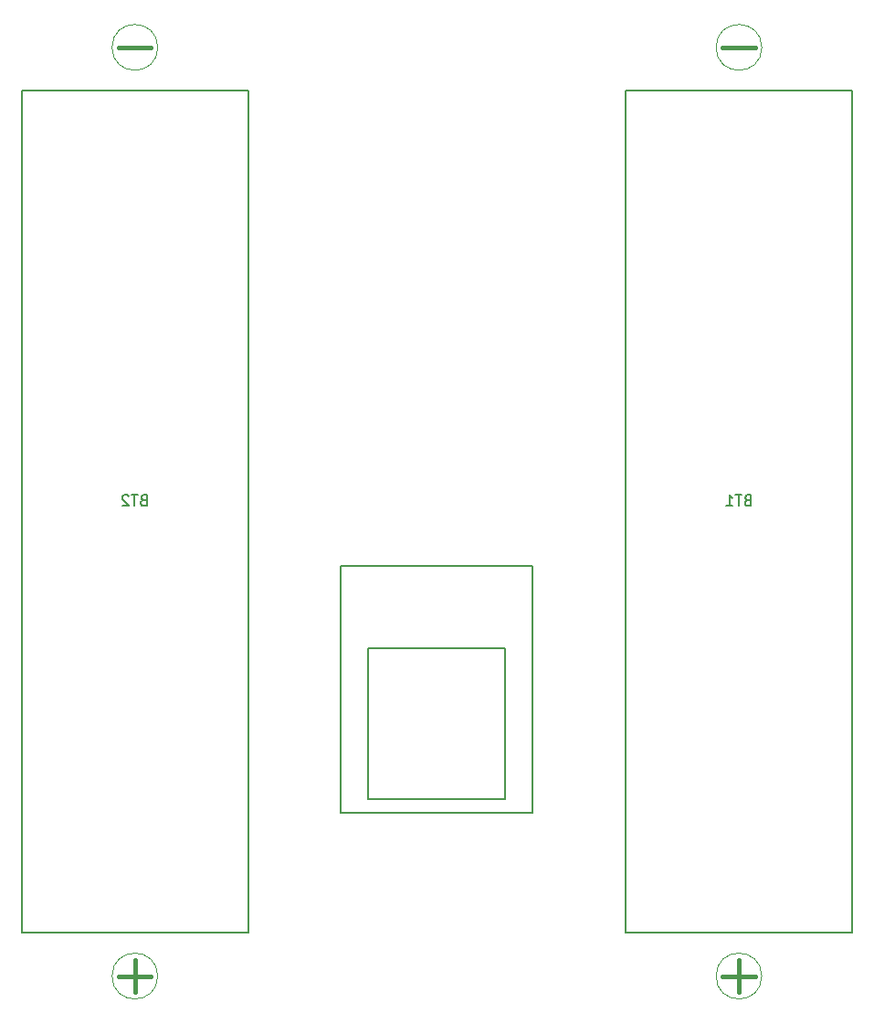
<source format=gbr>
%TF.GenerationSoftware,KiCad,Pcbnew,(5.1.6)-1*%
%TF.CreationDate,2020-10-21T23:40:19+01:00*%
%TF.ProjectId,nyantern,6e79616e-7465-4726-9e2e-6b696361645f,rev?*%
%TF.SameCoordinates,Original*%
%TF.FileFunction,Legend,Bot*%
%TF.FilePolarity,Positive*%
%FSLAX46Y46*%
G04 Gerber Fmt 4.6, Leading zero omitted, Abs format (unit mm)*
G04 Created by KiCad (PCBNEW (5.1.6)-1) date 2020-10-21 23:40:19*
%MOMM*%
%LPD*%
G01*
G04 APERTURE LIST*
%ADD10C,0.150000*%
%ADD11C,0.120000*%
%ADD12C,0.400000*%
G04 APERTURE END LIST*
D10*
%TO.C,U3*%
X143650000Y-126610000D02*
X143650000Y-112640000D01*
X143650000Y-112640000D02*
X156350000Y-112640000D01*
X156350000Y-112640000D02*
X156350000Y-126610000D01*
X156350000Y-126610000D02*
X143650000Y-126610000D01*
X141110000Y-127880000D02*
X158890000Y-127880000D01*
X158890000Y-127880000D02*
X158890000Y-105020000D01*
X158890000Y-105020000D02*
X141110000Y-105020000D01*
X141110000Y-105020000D02*
X141110000Y-127880000D01*
D11*
%TO.C,BT2*%
X124121320Y-57000000D02*
G75*
G03*
X124121320Y-57000000I-2121320J0D01*
G01*
X124121320Y-143000000D02*
G75*
G03*
X124121320Y-143000000I-2121320J0D01*
G01*
D12*
X120500000Y-57000000D02*
X123500000Y-57000000D01*
X122000000Y-141500000D02*
X122000000Y-144500000D01*
X120500000Y-143000000D02*
X123500000Y-143000000D01*
D10*
X111500000Y-139000000D02*
X132500000Y-139000000D01*
X132500000Y-61000000D02*
X132500000Y-139000000D01*
X111500000Y-61000000D02*
X111500000Y-139000000D01*
X111500000Y-61000000D02*
X132500000Y-61000000D01*
D11*
%TO.C,BT1*%
X180121320Y-57000000D02*
G75*
G03*
X180121320Y-57000000I-2121320J0D01*
G01*
X180121320Y-143000000D02*
G75*
G03*
X180121320Y-143000000I-2121320J0D01*
G01*
D12*
X176500000Y-57000000D02*
X179500000Y-57000000D01*
X178000000Y-141500000D02*
X178000000Y-144500000D01*
X176500000Y-143000000D02*
X179500000Y-143000000D01*
D10*
X167500000Y-139000000D02*
X188500000Y-139000000D01*
X188500000Y-61000000D02*
X188500000Y-139000000D01*
X167500000Y-61000000D02*
X167500000Y-139000000D01*
X167500000Y-61000000D02*
X188500000Y-61000000D01*
%TO.C,BT2*%
X122785714Y-98928571D02*
X122642857Y-98976190D01*
X122595238Y-99023809D01*
X122547619Y-99119047D01*
X122547619Y-99261904D01*
X122595238Y-99357142D01*
X122642857Y-99404761D01*
X122738095Y-99452380D01*
X123119047Y-99452380D01*
X123119047Y-98452380D01*
X122785714Y-98452380D01*
X122690476Y-98500000D01*
X122642857Y-98547619D01*
X122595238Y-98642857D01*
X122595238Y-98738095D01*
X122642857Y-98833333D01*
X122690476Y-98880952D01*
X122785714Y-98928571D01*
X123119047Y-98928571D01*
X122261904Y-98452380D02*
X121690476Y-98452380D01*
X121976190Y-99452380D02*
X121976190Y-98452380D01*
X121404761Y-98547619D02*
X121357142Y-98500000D01*
X121261904Y-98452380D01*
X121023809Y-98452380D01*
X120928571Y-98500000D01*
X120880952Y-98547619D01*
X120833333Y-98642857D01*
X120833333Y-98738095D01*
X120880952Y-98880952D01*
X121452380Y-99452380D01*
X120833333Y-99452380D01*
%TO.C,BT1*%
X178785714Y-98928571D02*
X178642857Y-98976190D01*
X178595238Y-99023809D01*
X178547619Y-99119047D01*
X178547619Y-99261904D01*
X178595238Y-99357142D01*
X178642857Y-99404761D01*
X178738095Y-99452380D01*
X179119047Y-99452380D01*
X179119047Y-98452380D01*
X178785714Y-98452380D01*
X178690476Y-98500000D01*
X178642857Y-98547619D01*
X178595238Y-98642857D01*
X178595238Y-98738095D01*
X178642857Y-98833333D01*
X178690476Y-98880952D01*
X178785714Y-98928571D01*
X179119047Y-98928571D01*
X178261904Y-98452380D02*
X177690476Y-98452380D01*
X177976190Y-99452380D02*
X177976190Y-98452380D01*
X176833333Y-99452380D02*
X177404761Y-99452380D01*
X177119047Y-99452380D02*
X177119047Y-98452380D01*
X177214285Y-98595238D01*
X177309523Y-98690476D01*
X177404761Y-98738095D01*
%TD*%
M02*

</source>
